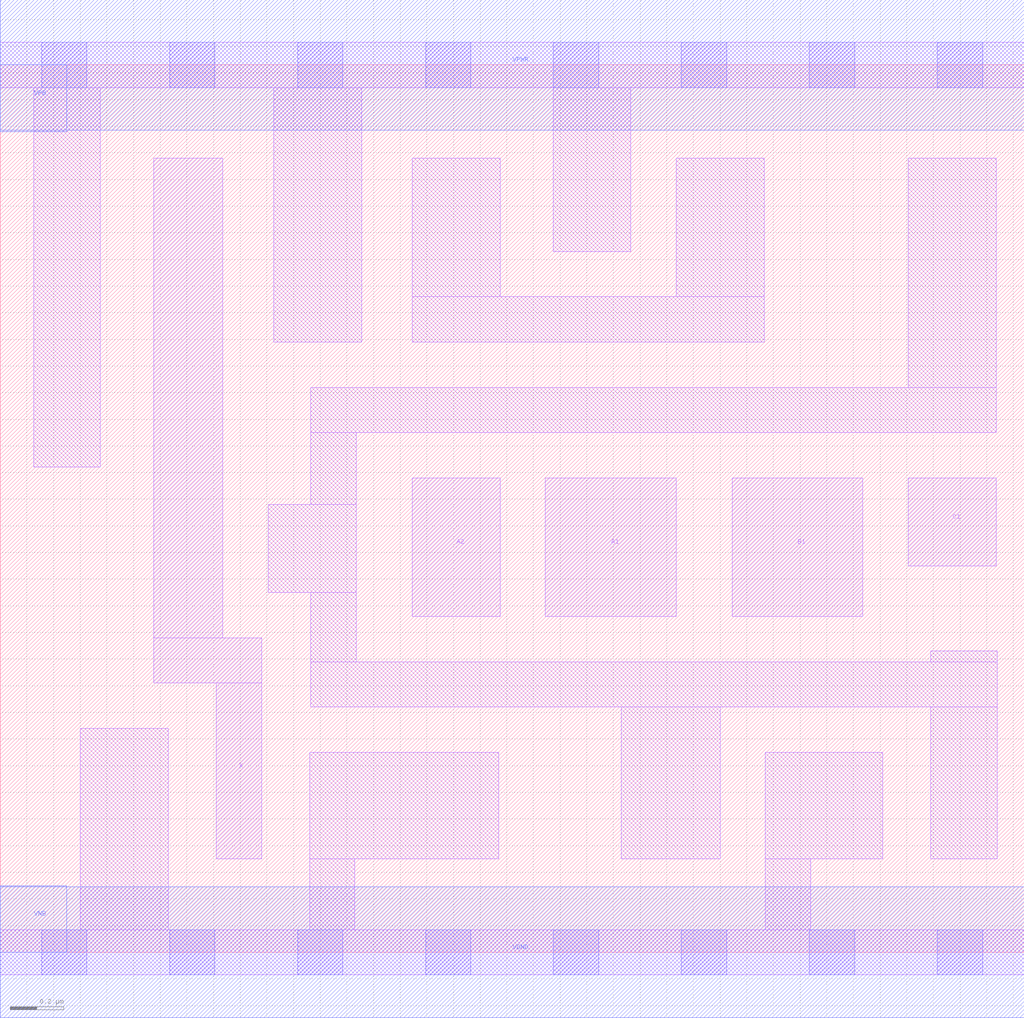
<source format=lef>
# Copyright 2020 The SkyWater PDK Authors
#
# Licensed under the Apache License, Version 2.0 (the "License");
# you may not use this file except in compliance with the License.
# You may obtain a copy of the License at
#
#     https://www.apache.org/licenses/LICENSE-2.0
#
# Unless required by applicable law or agreed to in writing, software
# distributed under the License is distributed on an "AS IS" BASIS,
# WITHOUT WARRANTIES OR CONDITIONS OF ANY KIND, either express or implied.
# See the License for the specific language governing permissions and
# limitations under the License.
#
# SPDX-License-Identifier: Apache-2.0

VERSION 5.5 ;
NAMESCASESENSITIVE ON ;
BUSBITCHARS "[]" ;
DIVIDERCHAR "/" ;
MACRO sky130_fd_sc_hs__a211o_2
  CLASS CORE ;
  SOURCE USER ;
  ORIGIN  0.000000  0.000000 ;
  SIZE  3.840000 BY  3.330000 ;
  SYMMETRY X Y ;
  SITE unit ;
  PIN A1
    ANTENNAGATEAREA  0.261000 ;
    DIRECTION INPUT ;
    USE SIGNAL ;
    PORT
      LAYER li1 ;
        RECT 2.045000 1.260000 2.535000 1.780000 ;
    END
  END A1
  PIN A2
    ANTENNAGATEAREA  0.261000 ;
    DIRECTION INPUT ;
    USE SIGNAL ;
    PORT
      LAYER li1 ;
        RECT 1.545000 1.260000 1.875000 1.780000 ;
    END
  END A2
  PIN B1
    ANTENNAGATEAREA  0.261000 ;
    DIRECTION INPUT ;
    USE SIGNAL ;
    PORT
      LAYER li1 ;
        RECT 2.745000 1.260000 3.235000 1.780000 ;
    END
  END B1
  PIN C1
    ANTENNAGATEAREA  0.261000 ;
    DIRECTION INPUT ;
    USE SIGNAL ;
    PORT
      LAYER li1 ;
        RECT 3.405000 1.450000 3.735000 1.780000 ;
    END
  END C1
  PIN X
    ANTENNADIFFAREA  0.543200 ;
    DIRECTION OUTPUT ;
    USE SIGNAL ;
    PORT
      LAYER li1 ;
        RECT 0.575000 1.010000 0.980000 1.180000 ;
        RECT 0.575000 1.180000 0.835000 2.980000 ;
        RECT 0.810000 0.350000 0.980000 1.010000 ;
    END
  END X
  PIN VGND
    DIRECTION INOUT ;
    USE GROUND ;
    PORT
      LAYER met1 ;
        RECT 0.000000 -0.245000 3.840000 0.245000 ;
    END
  END VGND
  PIN VNB
    DIRECTION INOUT ;
    USE GROUND ;
    PORT
      LAYER met1 ;
        RECT 0.000000 0.000000 0.250000 0.250000 ;
    END
  END VNB
  PIN VPB
    DIRECTION INOUT ;
    USE POWER ;
    PORT
      LAYER met1 ;
        RECT 0.000000 3.080000 0.250000 3.330000 ;
    END
  END VPB
  PIN VPWR
    DIRECTION INOUT ;
    USE POWER ;
    PORT
      LAYER met1 ;
        RECT 0.000000 3.085000 3.840000 3.575000 ;
    END
  END VPWR
  OBS
    LAYER li1 ;
      RECT 0.000000 -0.085000 3.840000 0.085000 ;
      RECT 0.000000  3.245000 3.840000 3.415000 ;
      RECT 0.125000  1.820000 0.375000 3.245000 ;
      RECT 0.300000  0.085000 0.630000 0.840000 ;
      RECT 1.005000  1.350000 1.335000 1.680000 ;
      RECT 1.025000  2.290000 1.355000 3.245000 ;
      RECT 1.160000  0.085000 1.330000 0.350000 ;
      RECT 1.160000  0.350000 1.870000 0.750000 ;
      RECT 1.165000  0.920000 3.740000 1.090000 ;
      RECT 1.165000  1.090000 1.335000 1.350000 ;
      RECT 1.165000  1.680000 1.335000 1.950000 ;
      RECT 1.165000  1.950000 3.735000 2.120000 ;
      RECT 1.545000  2.290000 2.865000 2.460000 ;
      RECT 1.545000  2.460000 1.875000 2.980000 ;
      RECT 2.075000  2.630000 2.365000 3.245000 ;
      RECT 2.330000  0.350000 2.700000 0.920000 ;
      RECT 2.535000  2.460000 2.865000 2.980000 ;
      RECT 2.870000  0.085000 3.040000 0.350000 ;
      RECT 2.870000  0.350000 3.310000 0.750000 ;
      RECT 3.405000  2.120000 3.735000 2.980000 ;
      RECT 3.490000  0.350000 3.740000 0.920000 ;
      RECT 3.490000  1.090000 3.740000 1.130000 ;
    LAYER mcon ;
      RECT 0.155000 -0.085000 0.325000 0.085000 ;
      RECT 0.155000  3.245000 0.325000 3.415000 ;
      RECT 0.635000 -0.085000 0.805000 0.085000 ;
      RECT 0.635000  3.245000 0.805000 3.415000 ;
      RECT 1.115000 -0.085000 1.285000 0.085000 ;
      RECT 1.115000  3.245000 1.285000 3.415000 ;
      RECT 1.595000 -0.085000 1.765000 0.085000 ;
      RECT 1.595000  3.245000 1.765000 3.415000 ;
      RECT 2.075000 -0.085000 2.245000 0.085000 ;
      RECT 2.075000  3.245000 2.245000 3.415000 ;
      RECT 2.555000 -0.085000 2.725000 0.085000 ;
      RECT 2.555000  3.245000 2.725000 3.415000 ;
      RECT 3.035000 -0.085000 3.205000 0.085000 ;
      RECT 3.035000  3.245000 3.205000 3.415000 ;
      RECT 3.515000 -0.085000 3.685000 0.085000 ;
      RECT 3.515000  3.245000 3.685000 3.415000 ;
  END
END sky130_fd_sc_hs__a211o_2

</source>
